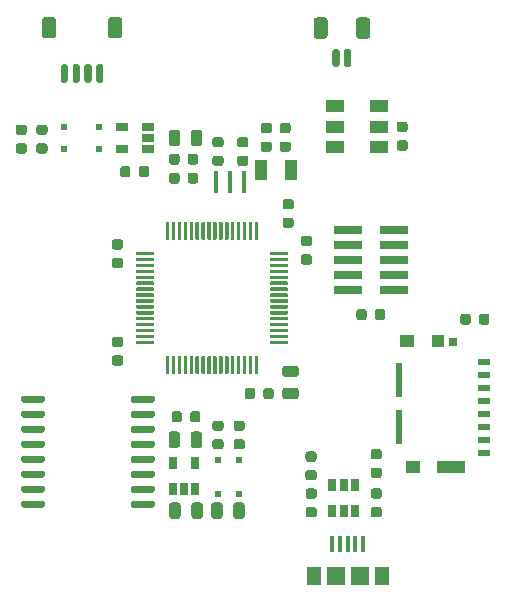
<source format=gtp>
%TF.GenerationSoftware,KiCad,Pcbnew,(5.1.6-0-10_14)*%
%TF.CreationDate,2020-09-29T23:50:48-07:00*%
%TF.ProjectId,BetsyBoardBig,42657473-7942-46f6-9172-644269672e6b,rev?*%
%TF.SameCoordinates,Original*%
%TF.FileFunction,Paste,Top*%
%TF.FilePolarity,Positive*%
%FSLAX46Y46*%
G04 Gerber Fmt 4.6, Leading zero omitted, Abs format (unit mm)*
G04 Created by KiCad (PCBNEW (5.1.6-0-10_14)) date 2020-09-29 23:50:48*
%MOMM*%
%LPD*%
G01*
G04 APERTURE LIST*
%ADD10R,1.200000X1.550000*%
%ADD11R,1.550000X1.500000*%
%ADD12R,1.500000X1.550000*%
%ADD13R,0.400000X1.350000*%
%ADD14R,0.600000X0.550000*%
%ADD15R,0.650000X1.060000*%
%ADD16R,0.550000X2.910000*%
%ADD17R,1.200000X1.050000*%
%ADD18R,1.080000X1.050000*%
%ADD19R,0.780000X0.720000*%
%ADD20R,2.390000X1.050000*%
%ADD21R,1.000000X0.500000*%
%ADD22R,1.060000X0.650000*%
%ADD23R,1.000000X1.800000*%
%ADD24R,0.400000X1.900000*%
%ADD25R,2.400000X0.740000*%
%ADD26R,1.600000X1.000000*%
%ADD27R,0.550000X0.600000*%
G04 APERTURE END LIST*
D10*
%TO.C,J1*%
X134400000Y-98500000D03*
D11*
X132500000Y-98500000D03*
D12*
X130500000Y-98500000D03*
D10*
X128600000Y-98500000D03*
D13*
X132800000Y-95825000D03*
X132150000Y-95825000D03*
X131500000Y-95825000D03*
X130850000Y-95825000D03*
X130200000Y-95825000D03*
%TD*%
%TO.C,C18*%
G36*
G01*
X120756250Y-62250000D02*
X120243750Y-62250000D01*
G75*
G02*
X120025000Y-62031250I0J218750D01*
G01*
X120025000Y-61593750D01*
G75*
G02*
X120243750Y-61375000I218750J0D01*
G01*
X120756250Y-61375000D01*
G75*
G02*
X120975000Y-61593750I0J-218750D01*
G01*
X120975000Y-62031250D01*
G75*
G02*
X120756250Y-62250000I-218750J0D01*
G01*
G37*
G36*
G01*
X120756250Y-63825000D02*
X120243750Y-63825000D01*
G75*
G02*
X120025000Y-63606250I0J218750D01*
G01*
X120025000Y-63168750D01*
G75*
G02*
X120243750Y-62950000I218750J0D01*
G01*
X120756250Y-62950000D01*
G75*
G02*
X120975000Y-63168750I0J-218750D01*
G01*
X120975000Y-63606250D01*
G75*
G02*
X120756250Y-63825000I-218750J0D01*
G01*
G37*
%TD*%
%TO.C,C13*%
G36*
G01*
X122856250Y-62250000D02*
X122343750Y-62250000D01*
G75*
G02*
X122125000Y-62031250I0J218750D01*
G01*
X122125000Y-61593750D01*
G75*
G02*
X122343750Y-61375000I218750J0D01*
G01*
X122856250Y-61375000D01*
G75*
G02*
X123075000Y-61593750I0J-218750D01*
G01*
X123075000Y-62031250D01*
G75*
G02*
X122856250Y-62250000I-218750J0D01*
G01*
G37*
G36*
G01*
X122856250Y-63825000D02*
X122343750Y-63825000D01*
G75*
G02*
X122125000Y-63606250I0J218750D01*
G01*
X122125000Y-63168750D01*
G75*
G02*
X122343750Y-62950000I218750J0D01*
G01*
X122856250Y-62950000D01*
G75*
G02*
X123075000Y-63168750I0J-218750D01*
G01*
X123075000Y-63606250D01*
G75*
G02*
X122856250Y-63825000I-218750J0D01*
G01*
G37*
%TD*%
%TO.C,U4*%
G36*
G01*
X124975000Y-71100000D02*
X126375000Y-71100000D01*
G75*
G02*
X126450000Y-71175000I0J-75000D01*
G01*
X126450000Y-71325000D01*
G75*
G02*
X126375000Y-71400000I-75000J0D01*
G01*
X124975000Y-71400000D01*
G75*
G02*
X124900000Y-71325000I0J75000D01*
G01*
X124900000Y-71175000D01*
G75*
G02*
X124975000Y-71100000I75000J0D01*
G01*
G37*
G36*
G01*
X124975000Y-71600000D02*
X126375000Y-71600000D01*
G75*
G02*
X126450000Y-71675000I0J-75000D01*
G01*
X126450000Y-71825000D01*
G75*
G02*
X126375000Y-71900000I-75000J0D01*
G01*
X124975000Y-71900000D01*
G75*
G02*
X124900000Y-71825000I0J75000D01*
G01*
X124900000Y-71675000D01*
G75*
G02*
X124975000Y-71600000I75000J0D01*
G01*
G37*
G36*
G01*
X124975000Y-72100000D02*
X126375000Y-72100000D01*
G75*
G02*
X126450000Y-72175000I0J-75000D01*
G01*
X126450000Y-72325000D01*
G75*
G02*
X126375000Y-72400000I-75000J0D01*
G01*
X124975000Y-72400000D01*
G75*
G02*
X124900000Y-72325000I0J75000D01*
G01*
X124900000Y-72175000D01*
G75*
G02*
X124975000Y-72100000I75000J0D01*
G01*
G37*
G36*
G01*
X124975000Y-72600000D02*
X126375000Y-72600000D01*
G75*
G02*
X126450000Y-72675000I0J-75000D01*
G01*
X126450000Y-72825000D01*
G75*
G02*
X126375000Y-72900000I-75000J0D01*
G01*
X124975000Y-72900000D01*
G75*
G02*
X124900000Y-72825000I0J75000D01*
G01*
X124900000Y-72675000D01*
G75*
G02*
X124975000Y-72600000I75000J0D01*
G01*
G37*
G36*
G01*
X124975000Y-73100000D02*
X126375000Y-73100000D01*
G75*
G02*
X126450000Y-73175000I0J-75000D01*
G01*
X126450000Y-73325000D01*
G75*
G02*
X126375000Y-73400000I-75000J0D01*
G01*
X124975000Y-73400000D01*
G75*
G02*
X124900000Y-73325000I0J75000D01*
G01*
X124900000Y-73175000D01*
G75*
G02*
X124975000Y-73100000I75000J0D01*
G01*
G37*
G36*
G01*
X124975000Y-73600000D02*
X126375000Y-73600000D01*
G75*
G02*
X126450000Y-73675000I0J-75000D01*
G01*
X126450000Y-73825000D01*
G75*
G02*
X126375000Y-73900000I-75000J0D01*
G01*
X124975000Y-73900000D01*
G75*
G02*
X124900000Y-73825000I0J75000D01*
G01*
X124900000Y-73675000D01*
G75*
G02*
X124975000Y-73600000I75000J0D01*
G01*
G37*
G36*
G01*
X124975000Y-74100000D02*
X126375000Y-74100000D01*
G75*
G02*
X126450000Y-74175000I0J-75000D01*
G01*
X126450000Y-74325000D01*
G75*
G02*
X126375000Y-74400000I-75000J0D01*
G01*
X124975000Y-74400000D01*
G75*
G02*
X124900000Y-74325000I0J75000D01*
G01*
X124900000Y-74175000D01*
G75*
G02*
X124975000Y-74100000I75000J0D01*
G01*
G37*
G36*
G01*
X124975000Y-74600000D02*
X126375000Y-74600000D01*
G75*
G02*
X126450000Y-74675000I0J-75000D01*
G01*
X126450000Y-74825000D01*
G75*
G02*
X126375000Y-74900000I-75000J0D01*
G01*
X124975000Y-74900000D01*
G75*
G02*
X124900000Y-74825000I0J75000D01*
G01*
X124900000Y-74675000D01*
G75*
G02*
X124975000Y-74600000I75000J0D01*
G01*
G37*
G36*
G01*
X124975000Y-75100000D02*
X126375000Y-75100000D01*
G75*
G02*
X126450000Y-75175000I0J-75000D01*
G01*
X126450000Y-75325000D01*
G75*
G02*
X126375000Y-75400000I-75000J0D01*
G01*
X124975000Y-75400000D01*
G75*
G02*
X124900000Y-75325000I0J75000D01*
G01*
X124900000Y-75175000D01*
G75*
G02*
X124975000Y-75100000I75000J0D01*
G01*
G37*
G36*
G01*
X124975000Y-75600000D02*
X126375000Y-75600000D01*
G75*
G02*
X126450000Y-75675000I0J-75000D01*
G01*
X126450000Y-75825000D01*
G75*
G02*
X126375000Y-75900000I-75000J0D01*
G01*
X124975000Y-75900000D01*
G75*
G02*
X124900000Y-75825000I0J75000D01*
G01*
X124900000Y-75675000D01*
G75*
G02*
X124975000Y-75600000I75000J0D01*
G01*
G37*
G36*
G01*
X124975000Y-76100000D02*
X126375000Y-76100000D01*
G75*
G02*
X126450000Y-76175000I0J-75000D01*
G01*
X126450000Y-76325000D01*
G75*
G02*
X126375000Y-76400000I-75000J0D01*
G01*
X124975000Y-76400000D01*
G75*
G02*
X124900000Y-76325000I0J75000D01*
G01*
X124900000Y-76175000D01*
G75*
G02*
X124975000Y-76100000I75000J0D01*
G01*
G37*
G36*
G01*
X124975000Y-76600000D02*
X126375000Y-76600000D01*
G75*
G02*
X126450000Y-76675000I0J-75000D01*
G01*
X126450000Y-76825000D01*
G75*
G02*
X126375000Y-76900000I-75000J0D01*
G01*
X124975000Y-76900000D01*
G75*
G02*
X124900000Y-76825000I0J75000D01*
G01*
X124900000Y-76675000D01*
G75*
G02*
X124975000Y-76600000I75000J0D01*
G01*
G37*
G36*
G01*
X124975000Y-77100000D02*
X126375000Y-77100000D01*
G75*
G02*
X126450000Y-77175000I0J-75000D01*
G01*
X126450000Y-77325000D01*
G75*
G02*
X126375000Y-77400000I-75000J0D01*
G01*
X124975000Y-77400000D01*
G75*
G02*
X124900000Y-77325000I0J75000D01*
G01*
X124900000Y-77175000D01*
G75*
G02*
X124975000Y-77100000I75000J0D01*
G01*
G37*
G36*
G01*
X124975000Y-77600000D02*
X126375000Y-77600000D01*
G75*
G02*
X126450000Y-77675000I0J-75000D01*
G01*
X126450000Y-77825000D01*
G75*
G02*
X126375000Y-77900000I-75000J0D01*
G01*
X124975000Y-77900000D01*
G75*
G02*
X124900000Y-77825000I0J75000D01*
G01*
X124900000Y-77675000D01*
G75*
G02*
X124975000Y-77600000I75000J0D01*
G01*
G37*
G36*
G01*
X124975000Y-78100000D02*
X126375000Y-78100000D01*
G75*
G02*
X126450000Y-78175000I0J-75000D01*
G01*
X126450000Y-78325000D01*
G75*
G02*
X126375000Y-78400000I-75000J0D01*
G01*
X124975000Y-78400000D01*
G75*
G02*
X124900000Y-78325000I0J75000D01*
G01*
X124900000Y-78175000D01*
G75*
G02*
X124975000Y-78100000I75000J0D01*
G01*
G37*
G36*
G01*
X124975000Y-78600000D02*
X126375000Y-78600000D01*
G75*
G02*
X126450000Y-78675000I0J-75000D01*
G01*
X126450000Y-78825000D01*
G75*
G02*
X126375000Y-78900000I-75000J0D01*
G01*
X124975000Y-78900000D01*
G75*
G02*
X124900000Y-78825000I0J75000D01*
G01*
X124900000Y-78675000D01*
G75*
G02*
X124975000Y-78600000I75000J0D01*
G01*
G37*
G36*
G01*
X123675000Y-79900000D02*
X123825000Y-79900000D01*
G75*
G02*
X123900000Y-79975000I0J-75000D01*
G01*
X123900000Y-81375000D01*
G75*
G02*
X123825000Y-81450000I-75000J0D01*
G01*
X123675000Y-81450000D01*
G75*
G02*
X123600000Y-81375000I0J75000D01*
G01*
X123600000Y-79975000D01*
G75*
G02*
X123675000Y-79900000I75000J0D01*
G01*
G37*
G36*
G01*
X123175000Y-79900000D02*
X123325000Y-79900000D01*
G75*
G02*
X123400000Y-79975000I0J-75000D01*
G01*
X123400000Y-81375000D01*
G75*
G02*
X123325000Y-81450000I-75000J0D01*
G01*
X123175000Y-81450000D01*
G75*
G02*
X123100000Y-81375000I0J75000D01*
G01*
X123100000Y-79975000D01*
G75*
G02*
X123175000Y-79900000I75000J0D01*
G01*
G37*
G36*
G01*
X122675000Y-79900000D02*
X122825000Y-79900000D01*
G75*
G02*
X122900000Y-79975000I0J-75000D01*
G01*
X122900000Y-81375000D01*
G75*
G02*
X122825000Y-81450000I-75000J0D01*
G01*
X122675000Y-81450000D01*
G75*
G02*
X122600000Y-81375000I0J75000D01*
G01*
X122600000Y-79975000D01*
G75*
G02*
X122675000Y-79900000I75000J0D01*
G01*
G37*
G36*
G01*
X122175000Y-79900000D02*
X122325000Y-79900000D01*
G75*
G02*
X122400000Y-79975000I0J-75000D01*
G01*
X122400000Y-81375000D01*
G75*
G02*
X122325000Y-81450000I-75000J0D01*
G01*
X122175000Y-81450000D01*
G75*
G02*
X122100000Y-81375000I0J75000D01*
G01*
X122100000Y-79975000D01*
G75*
G02*
X122175000Y-79900000I75000J0D01*
G01*
G37*
G36*
G01*
X121675000Y-79900000D02*
X121825000Y-79900000D01*
G75*
G02*
X121900000Y-79975000I0J-75000D01*
G01*
X121900000Y-81375000D01*
G75*
G02*
X121825000Y-81450000I-75000J0D01*
G01*
X121675000Y-81450000D01*
G75*
G02*
X121600000Y-81375000I0J75000D01*
G01*
X121600000Y-79975000D01*
G75*
G02*
X121675000Y-79900000I75000J0D01*
G01*
G37*
G36*
G01*
X121175000Y-79900000D02*
X121325000Y-79900000D01*
G75*
G02*
X121400000Y-79975000I0J-75000D01*
G01*
X121400000Y-81375000D01*
G75*
G02*
X121325000Y-81450000I-75000J0D01*
G01*
X121175000Y-81450000D01*
G75*
G02*
X121100000Y-81375000I0J75000D01*
G01*
X121100000Y-79975000D01*
G75*
G02*
X121175000Y-79900000I75000J0D01*
G01*
G37*
G36*
G01*
X120675000Y-79900000D02*
X120825000Y-79900000D01*
G75*
G02*
X120900000Y-79975000I0J-75000D01*
G01*
X120900000Y-81375000D01*
G75*
G02*
X120825000Y-81450000I-75000J0D01*
G01*
X120675000Y-81450000D01*
G75*
G02*
X120600000Y-81375000I0J75000D01*
G01*
X120600000Y-79975000D01*
G75*
G02*
X120675000Y-79900000I75000J0D01*
G01*
G37*
G36*
G01*
X120175000Y-79900000D02*
X120325000Y-79900000D01*
G75*
G02*
X120400000Y-79975000I0J-75000D01*
G01*
X120400000Y-81375000D01*
G75*
G02*
X120325000Y-81450000I-75000J0D01*
G01*
X120175000Y-81450000D01*
G75*
G02*
X120100000Y-81375000I0J75000D01*
G01*
X120100000Y-79975000D01*
G75*
G02*
X120175000Y-79900000I75000J0D01*
G01*
G37*
G36*
G01*
X119675000Y-79900000D02*
X119825000Y-79900000D01*
G75*
G02*
X119900000Y-79975000I0J-75000D01*
G01*
X119900000Y-81375000D01*
G75*
G02*
X119825000Y-81450000I-75000J0D01*
G01*
X119675000Y-81450000D01*
G75*
G02*
X119600000Y-81375000I0J75000D01*
G01*
X119600000Y-79975000D01*
G75*
G02*
X119675000Y-79900000I75000J0D01*
G01*
G37*
G36*
G01*
X119175000Y-79900000D02*
X119325000Y-79900000D01*
G75*
G02*
X119400000Y-79975000I0J-75000D01*
G01*
X119400000Y-81375000D01*
G75*
G02*
X119325000Y-81450000I-75000J0D01*
G01*
X119175000Y-81450000D01*
G75*
G02*
X119100000Y-81375000I0J75000D01*
G01*
X119100000Y-79975000D01*
G75*
G02*
X119175000Y-79900000I75000J0D01*
G01*
G37*
G36*
G01*
X118675000Y-79900000D02*
X118825000Y-79900000D01*
G75*
G02*
X118900000Y-79975000I0J-75000D01*
G01*
X118900000Y-81375000D01*
G75*
G02*
X118825000Y-81450000I-75000J0D01*
G01*
X118675000Y-81450000D01*
G75*
G02*
X118600000Y-81375000I0J75000D01*
G01*
X118600000Y-79975000D01*
G75*
G02*
X118675000Y-79900000I75000J0D01*
G01*
G37*
G36*
G01*
X118175000Y-79900000D02*
X118325000Y-79900000D01*
G75*
G02*
X118400000Y-79975000I0J-75000D01*
G01*
X118400000Y-81375000D01*
G75*
G02*
X118325000Y-81450000I-75000J0D01*
G01*
X118175000Y-81450000D01*
G75*
G02*
X118100000Y-81375000I0J75000D01*
G01*
X118100000Y-79975000D01*
G75*
G02*
X118175000Y-79900000I75000J0D01*
G01*
G37*
G36*
G01*
X117675000Y-79900000D02*
X117825000Y-79900000D01*
G75*
G02*
X117900000Y-79975000I0J-75000D01*
G01*
X117900000Y-81375000D01*
G75*
G02*
X117825000Y-81450000I-75000J0D01*
G01*
X117675000Y-81450000D01*
G75*
G02*
X117600000Y-81375000I0J75000D01*
G01*
X117600000Y-79975000D01*
G75*
G02*
X117675000Y-79900000I75000J0D01*
G01*
G37*
G36*
G01*
X117175000Y-79900000D02*
X117325000Y-79900000D01*
G75*
G02*
X117400000Y-79975000I0J-75000D01*
G01*
X117400000Y-81375000D01*
G75*
G02*
X117325000Y-81450000I-75000J0D01*
G01*
X117175000Y-81450000D01*
G75*
G02*
X117100000Y-81375000I0J75000D01*
G01*
X117100000Y-79975000D01*
G75*
G02*
X117175000Y-79900000I75000J0D01*
G01*
G37*
G36*
G01*
X116675000Y-79900000D02*
X116825000Y-79900000D01*
G75*
G02*
X116900000Y-79975000I0J-75000D01*
G01*
X116900000Y-81375000D01*
G75*
G02*
X116825000Y-81450000I-75000J0D01*
G01*
X116675000Y-81450000D01*
G75*
G02*
X116600000Y-81375000I0J75000D01*
G01*
X116600000Y-79975000D01*
G75*
G02*
X116675000Y-79900000I75000J0D01*
G01*
G37*
G36*
G01*
X116175000Y-79900000D02*
X116325000Y-79900000D01*
G75*
G02*
X116400000Y-79975000I0J-75000D01*
G01*
X116400000Y-81375000D01*
G75*
G02*
X116325000Y-81450000I-75000J0D01*
G01*
X116175000Y-81450000D01*
G75*
G02*
X116100000Y-81375000I0J75000D01*
G01*
X116100000Y-79975000D01*
G75*
G02*
X116175000Y-79900000I75000J0D01*
G01*
G37*
G36*
G01*
X113625000Y-78600000D02*
X115025000Y-78600000D01*
G75*
G02*
X115100000Y-78675000I0J-75000D01*
G01*
X115100000Y-78825000D01*
G75*
G02*
X115025000Y-78900000I-75000J0D01*
G01*
X113625000Y-78900000D01*
G75*
G02*
X113550000Y-78825000I0J75000D01*
G01*
X113550000Y-78675000D01*
G75*
G02*
X113625000Y-78600000I75000J0D01*
G01*
G37*
G36*
G01*
X113625000Y-78100000D02*
X115025000Y-78100000D01*
G75*
G02*
X115100000Y-78175000I0J-75000D01*
G01*
X115100000Y-78325000D01*
G75*
G02*
X115025000Y-78400000I-75000J0D01*
G01*
X113625000Y-78400000D01*
G75*
G02*
X113550000Y-78325000I0J75000D01*
G01*
X113550000Y-78175000D01*
G75*
G02*
X113625000Y-78100000I75000J0D01*
G01*
G37*
G36*
G01*
X113625000Y-77600000D02*
X115025000Y-77600000D01*
G75*
G02*
X115100000Y-77675000I0J-75000D01*
G01*
X115100000Y-77825000D01*
G75*
G02*
X115025000Y-77900000I-75000J0D01*
G01*
X113625000Y-77900000D01*
G75*
G02*
X113550000Y-77825000I0J75000D01*
G01*
X113550000Y-77675000D01*
G75*
G02*
X113625000Y-77600000I75000J0D01*
G01*
G37*
G36*
G01*
X113625000Y-77100000D02*
X115025000Y-77100000D01*
G75*
G02*
X115100000Y-77175000I0J-75000D01*
G01*
X115100000Y-77325000D01*
G75*
G02*
X115025000Y-77400000I-75000J0D01*
G01*
X113625000Y-77400000D01*
G75*
G02*
X113550000Y-77325000I0J75000D01*
G01*
X113550000Y-77175000D01*
G75*
G02*
X113625000Y-77100000I75000J0D01*
G01*
G37*
G36*
G01*
X113625000Y-76600000D02*
X115025000Y-76600000D01*
G75*
G02*
X115100000Y-76675000I0J-75000D01*
G01*
X115100000Y-76825000D01*
G75*
G02*
X115025000Y-76900000I-75000J0D01*
G01*
X113625000Y-76900000D01*
G75*
G02*
X113550000Y-76825000I0J75000D01*
G01*
X113550000Y-76675000D01*
G75*
G02*
X113625000Y-76600000I75000J0D01*
G01*
G37*
G36*
G01*
X113625000Y-76100000D02*
X115025000Y-76100000D01*
G75*
G02*
X115100000Y-76175000I0J-75000D01*
G01*
X115100000Y-76325000D01*
G75*
G02*
X115025000Y-76400000I-75000J0D01*
G01*
X113625000Y-76400000D01*
G75*
G02*
X113550000Y-76325000I0J75000D01*
G01*
X113550000Y-76175000D01*
G75*
G02*
X113625000Y-76100000I75000J0D01*
G01*
G37*
G36*
G01*
X113625000Y-75600000D02*
X115025000Y-75600000D01*
G75*
G02*
X115100000Y-75675000I0J-75000D01*
G01*
X115100000Y-75825000D01*
G75*
G02*
X115025000Y-75900000I-75000J0D01*
G01*
X113625000Y-75900000D01*
G75*
G02*
X113550000Y-75825000I0J75000D01*
G01*
X113550000Y-75675000D01*
G75*
G02*
X113625000Y-75600000I75000J0D01*
G01*
G37*
G36*
G01*
X113625000Y-75100000D02*
X115025000Y-75100000D01*
G75*
G02*
X115100000Y-75175000I0J-75000D01*
G01*
X115100000Y-75325000D01*
G75*
G02*
X115025000Y-75400000I-75000J0D01*
G01*
X113625000Y-75400000D01*
G75*
G02*
X113550000Y-75325000I0J75000D01*
G01*
X113550000Y-75175000D01*
G75*
G02*
X113625000Y-75100000I75000J0D01*
G01*
G37*
G36*
G01*
X113625000Y-74600000D02*
X115025000Y-74600000D01*
G75*
G02*
X115100000Y-74675000I0J-75000D01*
G01*
X115100000Y-74825000D01*
G75*
G02*
X115025000Y-74900000I-75000J0D01*
G01*
X113625000Y-74900000D01*
G75*
G02*
X113550000Y-74825000I0J75000D01*
G01*
X113550000Y-74675000D01*
G75*
G02*
X113625000Y-74600000I75000J0D01*
G01*
G37*
G36*
G01*
X113625000Y-74100000D02*
X115025000Y-74100000D01*
G75*
G02*
X115100000Y-74175000I0J-75000D01*
G01*
X115100000Y-74325000D01*
G75*
G02*
X115025000Y-74400000I-75000J0D01*
G01*
X113625000Y-74400000D01*
G75*
G02*
X113550000Y-74325000I0J75000D01*
G01*
X113550000Y-74175000D01*
G75*
G02*
X113625000Y-74100000I75000J0D01*
G01*
G37*
G36*
G01*
X113625000Y-73600000D02*
X115025000Y-73600000D01*
G75*
G02*
X115100000Y-73675000I0J-75000D01*
G01*
X115100000Y-73825000D01*
G75*
G02*
X115025000Y-73900000I-75000J0D01*
G01*
X113625000Y-73900000D01*
G75*
G02*
X113550000Y-73825000I0J75000D01*
G01*
X113550000Y-73675000D01*
G75*
G02*
X113625000Y-73600000I75000J0D01*
G01*
G37*
G36*
G01*
X113625000Y-73100000D02*
X115025000Y-73100000D01*
G75*
G02*
X115100000Y-73175000I0J-75000D01*
G01*
X115100000Y-73325000D01*
G75*
G02*
X115025000Y-73400000I-75000J0D01*
G01*
X113625000Y-73400000D01*
G75*
G02*
X113550000Y-73325000I0J75000D01*
G01*
X113550000Y-73175000D01*
G75*
G02*
X113625000Y-73100000I75000J0D01*
G01*
G37*
G36*
G01*
X113625000Y-72600000D02*
X115025000Y-72600000D01*
G75*
G02*
X115100000Y-72675000I0J-75000D01*
G01*
X115100000Y-72825000D01*
G75*
G02*
X115025000Y-72900000I-75000J0D01*
G01*
X113625000Y-72900000D01*
G75*
G02*
X113550000Y-72825000I0J75000D01*
G01*
X113550000Y-72675000D01*
G75*
G02*
X113625000Y-72600000I75000J0D01*
G01*
G37*
G36*
G01*
X113625000Y-72100000D02*
X115025000Y-72100000D01*
G75*
G02*
X115100000Y-72175000I0J-75000D01*
G01*
X115100000Y-72325000D01*
G75*
G02*
X115025000Y-72400000I-75000J0D01*
G01*
X113625000Y-72400000D01*
G75*
G02*
X113550000Y-72325000I0J75000D01*
G01*
X113550000Y-72175000D01*
G75*
G02*
X113625000Y-72100000I75000J0D01*
G01*
G37*
G36*
G01*
X113625000Y-71600000D02*
X115025000Y-71600000D01*
G75*
G02*
X115100000Y-71675000I0J-75000D01*
G01*
X115100000Y-71825000D01*
G75*
G02*
X115025000Y-71900000I-75000J0D01*
G01*
X113625000Y-71900000D01*
G75*
G02*
X113550000Y-71825000I0J75000D01*
G01*
X113550000Y-71675000D01*
G75*
G02*
X113625000Y-71600000I75000J0D01*
G01*
G37*
G36*
G01*
X113625000Y-71100000D02*
X115025000Y-71100000D01*
G75*
G02*
X115100000Y-71175000I0J-75000D01*
G01*
X115100000Y-71325000D01*
G75*
G02*
X115025000Y-71400000I-75000J0D01*
G01*
X113625000Y-71400000D01*
G75*
G02*
X113550000Y-71325000I0J75000D01*
G01*
X113550000Y-71175000D01*
G75*
G02*
X113625000Y-71100000I75000J0D01*
G01*
G37*
G36*
G01*
X116175000Y-68550000D02*
X116325000Y-68550000D01*
G75*
G02*
X116400000Y-68625000I0J-75000D01*
G01*
X116400000Y-70025000D01*
G75*
G02*
X116325000Y-70100000I-75000J0D01*
G01*
X116175000Y-70100000D01*
G75*
G02*
X116100000Y-70025000I0J75000D01*
G01*
X116100000Y-68625000D01*
G75*
G02*
X116175000Y-68550000I75000J0D01*
G01*
G37*
G36*
G01*
X116675000Y-68550000D02*
X116825000Y-68550000D01*
G75*
G02*
X116900000Y-68625000I0J-75000D01*
G01*
X116900000Y-70025000D01*
G75*
G02*
X116825000Y-70100000I-75000J0D01*
G01*
X116675000Y-70100000D01*
G75*
G02*
X116600000Y-70025000I0J75000D01*
G01*
X116600000Y-68625000D01*
G75*
G02*
X116675000Y-68550000I75000J0D01*
G01*
G37*
G36*
G01*
X117175000Y-68550000D02*
X117325000Y-68550000D01*
G75*
G02*
X117400000Y-68625000I0J-75000D01*
G01*
X117400000Y-70025000D01*
G75*
G02*
X117325000Y-70100000I-75000J0D01*
G01*
X117175000Y-70100000D01*
G75*
G02*
X117100000Y-70025000I0J75000D01*
G01*
X117100000Y-68625000D01*
G75*
G02*
X117175000Y-68550000I75000J0D01*
G01*
G37*
G36*
G01*
X117675000Y-68550000D02*
X117825000Y-68550000D01*
G75*
G02*
X117900000Y-68625000I0J-75000D01*
G01*
X117900000Y-70025000D01*
G75*
G02*
X117825000Y-70100000I-75000J0D01*
G01*
X117675000Y-70100000D01*
G75*
G02*
X117600000Y-70025000I0J75000D01*
G01*
X117600000Y-68625000D01*
G75*
G02*
X117675000Y-68550000I75000J0D01*
G01*
G37*
G36*
G01*
X118175000Y-68550000D02*
X118325000Y-68550000D01*
G75*
G02*
X118400000Y-68625000I0J-75000D01*
G01*
X118400000Y-70025000D01*
G75*
G02*
X118325000Y-70100000I-75000J0D01*
G01*
X118175000Y-70100000D01*
G75*
G02*
X118100000Y-70025000I0J75000D01*
G01*
X118100000Y-68625000D01*
G75*
G02*
X118175000Y-68550000I75000J0D01*
G01*
G37*
G36*
G01*
X118675000Y-68550000D02*
X118825000Y-68550000D01*
G75*
G02*
X118900000Y-68625000I0J-75000D01*
G01*
X118900000Y-70025000D01*
G75*
G02*
X118825000Y-70100000I-75000J0D01*
G01*
X118675000Y-70100000D01*
G75*
G02*
X118600000Y-70025000I0J75000D01*
G01*
X118600000Y-68625000D01*
G75*
G02*
X118675000Y-68550000I75000J0D01*
G01*
G37*
G36*
G01*
X119175000Y-68550000D02*
X119325000Y-68550000D01*
G75*
G02*
X119400000Y-68625000I0J-75000D01*
G01*
X119400000Y-70025000D01*
G75*
G02*
X119325000Y-70100000I-75000J0D01*
G01*
X119175000Y-70100000D01*
G75*
G02*
X119100000Y-70025000I0J75000D01*
G01*
X119100000Y-68625000D01*
G75*
G02*
X119175000Y-68550000I75000J0D01*
G01*
G37*
G36*
G01*
X119675000Y-68550000D02*
X119825000Y-68550000D01*
G75*
G02*
X119900000Y-68625000I0J-75000D01*
G01*
X119900000Y-70025000D01*
G75*
G02*
X119825000Y-70100000I-75000J0D01*
G01*
X119675000Y-70100000D01*
G75*
G02*
X119600000Y-70025000I0J75000D01*
G01*
X119600000Y-68625000D01*
G75*
G02*
X119675000Y-68550000I75000J0D01*
G01*
G37*
G36*
G01*
X120175000Y-68550000D02*
X120325000Y-68550000D01*
G75*
G02*
X120400000Y-68625000I0J-75000D01*
G01*
X120400000Y-70025000D01*
G75*
G02*
X120325000Y-70100000I-75000J0D01*
G01*
X120175000Y-70100000D01*
G75*
G02*
X120100000Y-70025000I0J75000D01*
G01*
X120100000Y-68625000D01*
G75*
G02*
X120175000Y-68550000I75000J0D01*
G01*
G37*
G36*
G01*
X120675000Y-68550000D02*
X120825000Y-68550000D01*
G75*
G02*
X120900000Y-68625000I0J-75000D01*
G01*
X120900000Y-70025000D01*
G75*
G02*
X120825000Y-70100000I-75000J0D01*
G01*
X120675000Y-70100000D01*
G75*
G02*
X120600000Y-70025000I0J75000D01*
G01*
X120600000Y-68625000D01*
G75*
G02*
X120675000Y-68550000I75000J0D01*
G01*
G37*
G36*
G01*
X121175000Y-68550000D02*
X121325000Y-68550000D01*
G75*
G02*
X121400000Y-68625000I0J-75000D01*
G01*
X121400000Y-70025000D01*
G75*
G02*
X121325000Y-70100000I-75000J0D01*
G01*
X121175000Y-70100000D01*
G75*
G02*
X121100000Y-70025000I0J75000D01*
G01*
X121100000Y-68625000D01*
G75*
G02*
X121175000Y-68550000I75000J0D01*
G01*
G37*
G36*
G01*
X121675000Y-68550000D02*
X121825000Y-68550000D01*
G75*
G02*
X121900000Y-68625000I0J-75000D01*
G01*
X121900000Y-70025000D01*
G75*
G02*
X121825000Y-70100000I-75000J0D01*
G01*
X121675000Y-70100000D01*
G75*
G02*
X121600000Y-70025000I0J75000D01*
G01*
X121600000Y-68625000D01*
G75*
G02*
X121675000Y-68550000I75000J0D01*
G01*
G37*
G36*
G01*
X122175000Y-68550000D02*
X122325000Y-68550000D01*
G75*
G02*
X122400000Y-68625000I0J-75000D01*
G01*
X122400000Y-70025000D01*
G75*
G02*
X122325000Y-70100000I-75000J0D01*
G01*
X122175000Y-70100000D01*
G75*
G02*
X122100000Y-70025000I0J75000D01*
G01*
X122100000Y-68625000D01*
G75*
G02*
X122175000Y-68550000I75000J0D01*
G01*
G37*
G36*
G01*
X122675000Y-68550000D02*
X122825000Y-68550000D01*
G75*
G02*
X122900000Y-68625000I0J-75000D01*
G01*
X122900000Y-70025000D01*
G75*
G02*
X122825000Y-70100000I-75000J0D01*
G01*
X122675000Y-70100000D01*
G75*
G02*
X122600000Y-70025000I0J75000D01*
G01*
X122600000Y-68625000D01*
G75*
G02*
X122675000Y-68550000I75000J0D01*
G01*
G37*
G36*
G01*
X123175000Y-68550000D02*
X123325000Y-68550000D01*
G75*
G02*
X123400000Y-68625000I0J-75000D01*
G01*
X123400000Y-70025000D01*
G75*
G02*
X123325000Y-70100000I-75000J0D01*
G01*
X123175000Y-70100000D01*
G75*
G02*
X123100000Y-70025000I0J75000D01*
G01*
X123100000Y-68625000D01*
G75*
G02*
X123175000Y-68550000I75000J0D01*
G01*
G37*
G36*
G01*
X123675000Y-68550000D02*
X123825000Y-68550000D01*
G75*
G02*
X123900000Y-68625000I0J-75000D01*
G01*
X123900000Y-70025000D01*
G75*
G02*
X123825000Y-70100000I-75000J0D01*
G01*
X123675000Y-70100000D01*
G75*
G02*
X123600000Y-70025000I0J75000D01*
G01*
X123600000Y-68625000D01*
G75*
G02*
X123675000Y-68550000I75000J0D01*
G01*
G37*
%TD*%
D14*
%TO.C,SW3*%
X122300000Y-91625000D03*
X122300000Y-88675000D03*
X120500000Y-91625000D03*
X120500000Y-88675000D03*
%TD*%
%TO.C,R7*%
G36*
G01*
X104106250Y-61200000D02*
X103593750Y-61200000D01*
G75*
G02*
X103375000Y-60981250I0J218750D01*
G01*
X103375000Y-60543750D01*
G75*
G02*
X103593750Y-60325000I218750J0D01*
G01*
X104106250Y-60325000D01*
G75*
G02*
X104325000Y-60543750I0J-218750D01*
G01*
X104325000Y-60981250D01*
G75*
G02*
X104106250Y-61200000I-218750J0D01*
G01*
G37*
G36*
G01*
X104106250Y-62775000D02*
X103593750Y-62775000D01*
G75*
G02*
X103375000Y-62556250I0J218750D01*
G01*
X103375000Y-62118750D01*
G75*
G02*
X103593750Y-61900000I218750J0D01*
G01*
X104106250Y-61900000D01*
G75*
G02*
X104325000Y-62118750I0J-218750D01*
G01*
X104325000Y-62556250D01*
G75*
G02*
X104106250Y-62775000I-218750J0D01*
G01*
G37*
%TD*%
%TO.C,R6*%
G36*
G01*
X105856250Y-61200000D02*
X105343750Y-61200000D01*
G75*
G02*
X105125000Y-60981250I0J218750D01*
G01*
X105125000Y-60543750D01*
G75*
G02*
X105343750Y-60325000I218750J0D01*
G01*
X105856250Y-60325000D01*
G75*
G02*
X106075000Y-60543750I0J-218750D01*
G01*
X106075000Y-60981250D01*
G75*
G02*
X105856250Y-61200000I-218750J0D01*
G01*
G37*
G36*
G01*
X105856250Y-62775000D02*
X105343750Y-62775000D01*
G75*
G02*
X105125000Y-62556250I0J218750D01*
G01*
X105125000Y-62118750D01*
G75*
G02*
X105343750Y-61900000I218750J0D01*
G01*
X105856250Y-61900000D01*
G75*
G02*
X106075000Y-62118750I0J-218750D01*
G01*
X106075000Y-62556250D01*
G75*
G02*
X105856250Y-62775000I-218750J0D01*
G01*
G37*
%TD*%
%TO.C,R5*%
G36*
G01*
X118150000Y-85306250D02*
X118150000Y-84793750D01*
G75*
G02*
X118368750Y-84575000I218750J0D01*
G01*
X118806250Y-84575000D01*
G75*
G02*
X119025000Y-84793750I0J-218750D01*
G01*
X119025000Y-85306250D01*
G75*
G02*
X118806250Y-85525000I-218750J0D01*
G01*
X118368750Y-85525000D01*
G75*
G02*
X118150000Y-85306250I0J218750D01*
G01*
G37*
G36*
G01*
X116575000Y-85306250D02*
X116575000Y-84793750D01*
G75*
G02*
X116793750Y-84575000I218750J0D01*
G01*
X117231250Y-84575000D01*
G75*
G02*
X117450000Y-84793750I0J-218750D01*
G01*
X117450000Y-85306250D01*
G75*
G02*
X117231250Y-85525000I-218750J0D01*
G01*
X116793750Y-85525000D01*
G75*
G02*
X116575000Y-85306250I0J218750D01*
G01*
G37*
%TD*%
%TO.C,R1*%
G36*
G01*
X122043750Y-86950000D02*
X122556250Y-86950000D01*
G75*
G02*
X122775000Y-87168750I0J-218750D01*
G01*
X122775000Y-87606250D01*
G75*
G02*
X122556250Y-87825000I-218750J0D01*
G01*
X122043750Y-87825000D01*
G75*
G02*
X121825000Y-87606250I0J218750D01*
G01*
X121825000Y-87168750D01*
G75*
G02*
X122043750Y-86950000I218750J0D01*
G01*
G37*
G36*
G01*
X122043750Y-85375000D02*
X122556250Y-85375000D01*
G75*
G02*
X122775000Y-85593750I0J-218750D01*
G01*
X122775000Y-86031250D01*
G75*
G02*
X122556250Y-86250000I-218750J0D01*
G01*
X122043750Y-86250000D01*
G75*
G02*
X121825000Y-86031250I0J218750D01*
G01*
X121825000Y-85593750D01*
G75*
G02*
X122043750Y-85375000I218750J0D01*
G01*
G37*
%TD*%
%TO.C,J6*%
G36*
G01*
X106800000Y-51474999D02*
X106800000Y-52775001D01*
G75*
G02*
X106550001Y-53025000I-249999J0D01*
G01*
X105849999Y-53025000D01*
G75*
G02*
X105600000Y-52775001I0J249999D01*
G01*
X105600000Y-51474999D01*
G75*
G02*
X105849999Y-51225000I249999J0D01*
G01*
X106550001Y-51225000D01*
G75*
G02*
X106800000Y-51474999I0J-249999D01*
G01*
G37*
G36*
G01*
X112400000Y-51474999D02*
X112400000Y-52775001D01*
G75*
G02*
X112150001Y-53025000I-249999J0D01*
G01*
X111449999Y-53025000D01*
G75*
G02*
X111200000Y-52775001I0J249999D01*
G01*
X111200000Y-51474999D01*
G75*
G02*
X111449999Y-51225000I249999J0D01*
G01*
X112150001Y-51225000D01*
G75*
G02*
X112400000Y-51474999I0J-249999D01*
G01*
G37*
G36*
G01*
X107800000Y-55375000D02*
X107800000Y-56625000D01*
G75*
G02*
X107650000Y-56775000I-150000J0D01*
G01*
X107350000Y-56775000D01*
G75*
G02*
X107200000Y-56625000I0J150000D01*
G01*
X107200000Y-55375000D01*
G75*
G02*
X107350000Y-55225000I150000J0D01*
G01*
X107650000Y-55225000D01*
G75*
G02*
X107800000Y-55375000I0J-150000D01*
G01*
G37*
G36*
G01*
X108800000Y-55375000D02*
X108800000Y-56625000D01*
G75*
G02*
X108650000Y-56775000I-150000J0D01*
G01*
X108350000Y-56775000D01*
G75*
G02*
X108200000Y-56625000I0J150000D01*
G01*
X108200000Y-55375000D01*
G75*
G02*
X108350000Y-55225000I150000J0D01*
G01*
X108650000Y-55225000D01*
G75*
G02*
X108800000Y-55375000I0J-150000D01*
G01*
G37*
G36*
G01*
X109800000Y-55375000D02*
X109800000Y-56625000D01*
G75*
G02*
X109650000Y-56775000I-150000J0D01*
G01*
X109350000Y-56775000D01*
G75*
G02*
X109200000Y-56625000I0J150000D01*
G01*
X109200000Y-55375000D01*
G75*
G02*
X109350000Y-55225000I150000J0D01*
G01*
X109650000Y-55225000D01*
G75*
G02*
X109800000Y-55375000I0J-150000D01*
G01*
G37*
G36*
G01*
X110800000Y-55375000D02*
X110800000Y-56625000D01*
G75*
G02*
X110650000Y-56775000I-150000J0D01*
G01*
X110350000Y-56775000D01*
G75*
G02*
X110200000Y-56625000I0J150000D01*
G01*
X110200000Y-55375000D01*
G75*
G02*
X110350000Y-55225000I150000J0D01*
G01*
X110650000Y-55225000D01*
G75*
G02*
X110800000Y-55375000I0J-150000D01*
G01*
G37*
%TD*%
%TO.C,C4*%
G36*
G01*
X120243750Y-86950000D02*
X120756250Y-86950000D01*
G75*
G02*
X120975000Y-87168750I0J-218750D01*
G01*
X120975000Y-87606250D01*
G75*
G02*
X120756250Y-87825000I-218750J0D01*
G01*
X120243750Y-87825000D01*
G75*
G02*
X120025000Y-87606250I0J218750D01*
G01*
X120025000Y-87168750D01*
G75*
G02*
X120243750Y-86950000I218750J0D01*
G01*
G37*
G36*
G01*
X120243750Y-85375000D02*
X120756250Y-85375000D01*
G75*
G02*
X120975000Y-85593750I0J-218750D01*
G01*
X120975000Y-86031250D01*
G75*
G02*
X120756250Y-86250000I-218750J0D01*
G01*
X120243750Y-86250000D01*
G75*
G02*
X120025000Y-86031250I0J218750D01*
G01*
X120025000Y-85593750D01*
G75*
G02*
X120243750Y-85375000I218750J0D01*
G01*
G37*
%TD*%
%TO.C,P6*%
G36*
G01*
X132200000Y-52800001D02*
X132200000Y-51499999D01*
G75*
G02*
X132449999Y-51250000I249999J0D01*
G01*
X133150001Y-51250000D01*
G75*
G02*
X133400000Y-51499999I0J-249999D01*
G01*
X133400000Y-52800001D01*
G75*
G02*
X133150001Y-53050000I-249999J0D01*
G01*
X132449999Y-53050000D01*
G75*
G02*
X132200000Y-52800001I0J249999D01*
G01*
G37*
G36*
G01*
X128600000Y-52800001D02*
X128600000Y-51499999D01*
G75*
G02*
X128849999Y-51250000I249999J0D01*
G01*
X129550001Y-51250000D01*
G75*
G02*
X129800000Y-51499999I0J-249999D01*
G01*
X129800000Y-52800001D01*
G75*
G02*
X129550001Y-53050000I-249999J0D01*
G01*
X128849999Y-53050000D01*
G75*
G02*
X128600000Y-52800001I0J249999D01*
G01*
G37*
G36*
G01*
X131200000Y-55300000D02*
X131200000Y-54050000D01*
G75*
G02*
X131350000Y-53900000I150000J0D01*
G01*
X131650000Y-53900000D01*
G75*
G02*
X131800000Y-54050000I0J-150000D01*
G01*
X131800000Y-55300000D01*
G75*
G02*
X131650000Y-55450000I-150000J0D01*
G01*
X131350000Y-55450000D01*
G75*
G02*
X131200000Y-55300000I0J150000D01*
G01*
G37*
G36*
G01*
X130200000Y-55300000D02*
X130200000Y-54050000D01*
G75*
G02*
X130350000Y-53900000I150000J0D01*
G01*
X130650000Y-53900000D01*
G75*
G02*
X130800000Y-54050000I0J-150000D01*
G01*
X130800000Y-55300000D01*
G75*
G02*
X130650000Y-55450000I-150000J0D01*
G01*
X130350000Y-55450000D01*
G75*
G02*
X130200000Y-55300000I0J150000D01*
G01*
G37*
%TD*%
%TO.C,U5*%
G36*
G01*
X113125000Y-83705000D02*
X113125000Y-83405000D01*
G75*
G02*
X113275000Y-83255000I150000J0D01*
G01*
X115025000Y-83255000D01*
G75*
G02*
X115175000Y-83405000I0J-150000D01*
G01*
X115175000Y-83705000D01*
G75*
G02*
X115025000Y-83855000I-150000J0D01*
G01*
X113275000Y-83855000D01*
G75*
G02*
X113125000Y-83705000I0J150000D01*
G01*
G37*
G36*
G01*
X113125000Y-84975000D02*
X113125000Y-84675000D01*
G75*
G02*
X113275000Y-84525000I150000J0D01*
G01*
X115025000Y-84525000D01*
G75*
G02*
X115175000Y-84675000I0J-150000D01*
G01*
X115175000Y-84975000D01*
G75*
G02*
X115025000Y-85125000I-150000J0D01*
G01*
X113275000Y-85125000D01*
G75*
G02*
X113125000Y-84975000I0J150000D01*
G01*
G37*
G36*
G01*
X113125000Y-86245000D02*
X113125000Y-85945000D01*
G75*
G02*
X113275000Y-85795000I150000J0D01*
G01*
X115025000Y-85795000D01*
G75*
G02*
X115175000Y-85945000I0J-150000D01*
G01*
X115175000Y-86245000D01*
G75*
G02*
X115025000Y-86395000I-150000J0D01*
G01*
X113275000Y-86395000D01*
G75*
G02*
X113125000Y-86245000I0J150000D01*
G01*
G37*
G36*
G01*
X113125000Y-87515000D02*
X113125000Y-87215000D01*
G75*
G02*
X113275000Y-87065000I150000J0D01*
G01*
X115025000Y-87065000D01*
G75*
G02*
X115175000Y-87215000I0J-150000D01*
G01*
X115175000Y-87515000D01*
G75*
G02*
X115025000Y-87665000I-150000J0D01*
G01*
X113275000Y-87665000D01*
G75*
G02*
X113125000Y-87515000I0J150000D01*
G01*
G37*
G36*
G01*
X113125000Y-88785000D02*
X113125000Y-88485000D01*
G75*
G02*
X113275000Y-88335000I150000J0D01*
G01*
X115025000Y-88335000D01*
G75*
G02*
X115175000Y-88485000I0J-150000D01*
G01*
X115175000Y-88785000D01*
G75*
G02*
X115025000Y-88935000I-150000J0D01*
G01*
X113275000Y-88935000D01*
G75*
G02*
X113125000Y-88785000I0J150000D01*
G01*
G37*
G36*
G01*
X113125000Y-90055000D02*
X113125000Y-89755000D01*
G75*
G02*
X113275000Y-89605000I150000J0D01*
G01*
X115025000Y-89605000D01*
G75*
G02*
X115175000Y-89755000I0J-150000D01*
G01*
X115175000Y-90055000D01*
G75*
G02*
X115025000Y-90205000I-150000J0D01*
G01*
X113275000Y-90205000D01*
G75*
G02*
X113125000Y-90055000I0J150000D01*
G01*
G37*
G36*
G01*
X113125000Y-91325000D02*
X113125000Y-91025000D01*
G75*
G02*
X113275000Y-90875000I150000J0D01*
G01*
X115025000Y-90875000D01*
G75*
G02*
X115175000Y-91025000I0J-150000D01*
G01*
X115175000Y-91325000D01*
G75*
G02*
X115025000Y-91475000I-150000J0D01*
G01*
X113275000Y-91475000D01*
G75*
G02*
X113125000Y-91325000I0J150000D01*
G01*
G37*
G36*
G01*
X113125000Y-92595000D02*
X113125000Y-92295000D01*
G75*
G02*
X113275000Y-92145000I150000J0D01*
G01*
X115025000Y-92145000D01*
G75*
G02*
X115175000Y-92295000I0J-150000D01*
G01*
X115175000Y-92595000D01*
G75*
G02*
X115025000Y-92745000I-150000J0D01*
G01*
X113275000Y-92745000D01*
G75*
G02*
X113125000Y-92595000I0J150000D01*
G01*
G37*
G36*
G01*
X103825000Y-92595000D02*
X103825000Y-92295000D01*
G75*
G02*
X103975000Y-92145000I150000J0D01*
G01*
X105725000Y-92145000D01*
G75*
G02*
X105875000Y-92295000I0J-150000D01*
G01*
X105875000Y-92595000D01*
G75*
G02*
X105725000Y-92745000I-150000J0D01*
G01*
X103975000Y-92745000D01*
G75*
G02*
X103825000Y-92595000I0J150000D01*
G01*
G37*
G36*
G01*
X103825000Y-91325000D02*
X103825000Y-91025000D01*
G75*
G02*
X103975000Y-90875000I150000J0D01*
G01*
X105725000Y-90875000D01*
G75*
G02*
X105875000Y-91025000I0J-150000D01*
G01*
X105875000Y-91325000D01*
G75*
G02*
X105725000Y-91475000I-150000J0D01*
G01*
X103975000Y-91475000D01*
G75*
G02*
X103825000Y-91325000I0J150000D01*
G01*
G37*
G36*
G01*
X103825000Y-90055000D02*
X103825000Y-89755000D01*
G75*
G02*
X103975000Y-89605000I150000J0D01*
G01*
X105725000Y-89605000D01*
G75*
G02*
X105875000Y-89755000I0J-150000D01*
G01*
X105875000Y-90055000D01*
G75*
G02*
X105725000Y-90205000I-150000J0D01*
G01*
X103975000Y-90205000D01*
G75*
G02*
X103825000Y-90055000I0J150000D01*
G01*
G37*
G36*
G01*
X103825000Y-88785000D02*
X103825000Y-88485000D01*
G75*
G02*
X103975000Y-88335000I150000J0D01*
G01*
X105725000Y-88335000D01*
G75*
G02*
X105875000Y-88485000I0J-150000D01*
G01*
X105875000Y-88785000D01*
G75*
G02*
X105725000Y-88935000I-150000J0D01*
G01*
X103975000Y-88935000D01*
G75*
G02*
X103825000Y-88785000I0J150000D01*
G01*
G37*
G36*
G01*
X103825000Y-87515000D02*
X103825000Y-87215000D01*
G75*
G02*
X103975000Y-87065000I150000J0D01*
G01*
X105725000Y-87065000D01*
G75*
G02*
X105875000Y-87215000I0J-150000D01*
G01*
X105875000Y-87515000D01*
G75*
G02*
X105725000Y-87665000I-150000J0D01*
G01*
X103975000Y-87665000D01*
G75*
G02*
X103825000Y-87515000I0J150000D01*
G01*
G37*
G36*
G01*
X103825000Y-86245000D02*
X103825000Y-85945000D01*
G75*
G02*
X103975000Y-85795000I150000J0D01*
G01*
X105725000Y-85795000D01*
G75*
G02*
X105875000Y-85945000I0J-150000D01*
G01*
X105875000Y-86245000D01*
G75*
G02*
X105725000Y-86395000I-150000J0D01*
G01*
X103975000Y-86395000D01*
G75*
G02*
X103825000Y-86245000I0J150000D01*
G01*
G37*
G36*
G01*
X103825000Y-84975000D02*
X103825000Y-84675000D01*
G75*
G02*
X103975000Y-84525000I150000J0D01*
G01*
X105725000Y-84525000D01*
G75*
G02*
X105875000Y-84675000I0J-150000D01*
G01*
X105875000Y-84975000D01*
G75*
G02*
X105725000Y-85125000I-150000J0D01*
G01*
X103975000Y-85125000D01*
G75*
G02*
X103825000Y-84975000I0J150000D01*
G01*
G37*
G36*
G01*
X103825000Y-83705000D02*
X103825000Y-83405000D01*
G75*
G02*
X103975000Y-83255000I150000J0D01*
G01*
X105725000Y-83255000D01*
G75*
G02*
X105875000Y-83405000I0J-150000D01*
G01*
X105875000Y-83705000D01*
G75*
G02*
X105725000Y-83855000I-150000J0D01*
G01*
X103975000Y-83855000D01*
G75*
G02*
X103825000Y-83705000I0J150000D01*
G01*
G37*
%TD*%
D15*
%TO.C,U1*%
X116700000Y-88950000D03*
X118600000Y-88950000D03*
X118600000Y-91150000D03*
X117650000Y-91150000D03*
X116700000Y-91150000D03*
%TD*%
%TO.C,R2*%
G36*
G01*
X135843750Y-61650000D02*
X136356250Y-61650000D01*
G75*
G02*
X136575000Y-61868750I0J-218750D01*
G01*
X136575000Y-62306250D01*
G75*
G02*
X136356250Y-62525000I-218750J0D01*
G01*
X135843750Y-62525000D01*
G75*
G02*
X135625000Y-62306250I0J218750D01*
G01*
X135625000Y-61868750D01*
G75*
G02*
X135843750Y-61650000I218750J0D01*
G01*
G37*
G36*
G01*
X135843750Y-60075000D02*
X136356250Y-60075000D01*
G75*
G02*
X136575000Y-60293750I0J-218750D01*
G01*
X136575000Y-60731250D01*
G75*
G02*
X136356250Y-60950000I-218750J0D01*
G01*
X135843750Y-60950000D01*
G75*
G02*
X135625000Y-60731250I0J218750D01*
G01*
X135625000Y-60293750D01*
G75*
G02*
X135843750Y-60075000I218750J0D01*
G01*
G37*
%TD*%
D16*
%TO.C,J2*%
X135810000Y-81905000D03*
D17*
X136490000Y-78675000D03*
D18*
X139100000Y-78675000D03*
D19*
X140370000Y-78700000D03*
D16*
X135810000Y-85920000D03*
D17*
X137060000Y-89325000D03*
D20*
X140250000Y-89325000D03*
D21*
X143050000Y-88150000D03*
X143050000Y-87050000D03*
X143050000Y-85950000D03*
X143050000Y-84850000D03*
X143050000Y-83750000D03*
X143050000Y-82650000D03*
X143050000Y-81550000D03*
X143050000Y-80450000D03*
%TD*%
%TO.C,FB2*%
G36*
G01*
X118200000Y-61906250D02*
X118200000Y-60993750D01*
G75*
G02*
X118443750Y-60750000I243750J0D01*
G01*
X118931250Y-60750000D01*
G75*
G02*
X119175000Y-60993750I0J-243750D01*
G01*
X119175000Y-61906250D01*
G75*
G02*
X118931250Y-62150000I-243750J0D01*
G01*
X118443750Y-62150000D01*
G75*
G02*
X118200000Y-61906250I0J243750D01*
G01*
G37*
G36*
G01*
X116325000Y-61906250D02*
X116325000Y-60993750D01*
G75*
G02*
X116568750Y-60750000I243750J0D01*
G01*
X117056250Y-60750000D01*
G75*
G02*
X117300000Y-60993750I0J-243750D01*
G01*
X117300000Y-61906250D01*
G75*
G02*
X117056250Y-62150000I-243750J0D01*
G01*
X116568750Y-62150000D01*
G75*
G02*
X116325000Y-61906250I0J243750D01*
G01*
G37*
%TD*%
%TO.C,FB1*%
G36*
G01*
X121800000Y-93456250D02*
X121800000Y-92543750D01*
G75*
G02*
X122043750Y-92300000I243750J0D01*
G01*
X122531250Y-92300000D01*
G75*
G02*
X122775000Y-92543750I0J-243750D01*
G01*
X122775000Y-93456250D01*
G75*
G02*
X122531250Y-93700000I-243750J0D01*
G01*
X122043750Y-93700000D01*
G75*
G02*
X121800000Y-93456250I0J243750D01*
G01*
G37*
G36*
G01*
X119925000Y-93456250D02*
X119925000Y-92543750D01*
G75*
G02*
X120168750Y-92300000I243750J0D01*
G01*
X120656250Y-92300000D01*
G75*
G02*
X120900000Y-92543750I0J-243750D01*
G01*
X120900000Y-93456250D01*
G75*
G02*
X120656250Y-93700000I-243750J0D01*
G01*
X120168750Y-93700000D01*
G75*
G02*
X119925000Y-93456250I0J243750D01*
G01*
G37*
%TD*%
%TO.C,C16*%
G36*
G01*
X123650000Y-82843750D02*
X123650000Y-83356250D01*
G75*
G02*
X123431250Y-83575000I-218750J0D01*
G01*
X122993750Y-83575000D01*
G75*
G02*
X122775000Y-83356250I0J218750D01*
G01*
X122775000Y-82843750D01*
G75*
G02*
X122993750Y-82625000I218750J0D01*
G01*
X123431250Y-82625000D01*
G75*
G02*
X123650000Y-82843750I0J-218750D01*
G01*
G37*
G36*
G01*
X125225000Y-82843750D02*
X125225000Y-83356250D01*
G75*
G02*
X125006250Y-83575000I-218750J0D01*
G01*
X124568750Y-83575000D01*
G75*
G02*
X124350000Y-83356250I0J218750D01*
G01*
X124350000Y-82843750D01*
G75*
G02*
X124568750Y-82625000I218750J0D01*
G01*
X125006250Y-82625000D01*
G75*
G02*
X125225000Y-82843750I0J-218750D01*
G01*
G37*
%TD*%
%TO.C,C15*%
G36*
G01*
X112256250Y-79150000D02*
X111743750Y-79150000D01*
G75*
G02*
X111525000Y-78931250I0J218750D01*
G01*
X111525000Y-78493750D01*
G75*
G02*
X111743750Y-78275000I218750J0D01*
G01*
X112256250Y-78275000D01*
G75*
G02*
X112475000Y-78493750I0J-218750D01*
G01*
X112475000Y-78931250D01*
G75*
G02*
X112256250Y-79150000I-218750J0D01*
G01*
G37*
G36*
G01*
X112256250Y-80725000D02*
X111743750Y-80725000D01*
G75*
G02*
X111525000Y-80506250I0J218750D01*
G01*
X111525000Y-80068750D01*
G75*
G02*
X111743750Y-79850000I218750J0D01*
G01*
X112256250Y-79850000D01*
G75*
G02*
X112475000Y-80068750I0J-218750D01*
G01*
X112475000Y-80506250D01*
G75*
G02*
X112256250Y-80725000I-218750J0D01*
G01*
G37*
%TD*%
%TO.C,C14*%
G36*
G01*
X112256250Y-70900000D02*
X111743750Y-70900000D01*
G75*
G02*
X111525000Y-70681250I0J218750D01*
G01*
X111525000Y-70243750D01*
G75*
G02*
X111743750Y-70025000I218750J0D01*
G01*
X112256250Y-70025000D01*
G75*
G02*
X112475000Y-70243750I0J-218750D01*
G01*
X112475000Y-70681250D01*
G75*
G02*
X112256250Y-70900000I-218750J0D01*
G01*
G37*
G36*
G01*
X112256250Y-72475000D02*
X111743750Y-72475000D01*
G75*
G02*
X111525000Y-72256250I0J218750D01*
G01*
X111525000Y-71818750D01*
G75*
G02*
X111743750Y-71600000I218750J0D01*
G01*
X112256250Y-71600000D01*
G75*
G02*
X112475000Y-71818750I0J-218750D01*
G01*
X112475000Y-72256250D01*
G75*
G02*
X112256250Y-72475000I-218750J0D01*
G01*
G37*
%TD*%
%TO.C,C12*%
G36*
G01*
X127106250Y-81700000D02*
X126193750Y-81700000D01*
G75*
G02*
X125950000Y-81456250I0J243750D01*
G01*
X125950000Y-80968750D01*
G75*
G02*
X126193750Y-80725000I243750J0D01*
G01*
X127106250Y-80725000D01*
G75*
G02*
X127350000Y-80968750I0J-243750D01*
G01*
X127350000Y-81456250D01*
G75*
G02*
X127106250Y-81700000I-243750J0D01*
G01*
G37*
G36*
G01*
X127106250Y-83575000D02*
X126193750Y-83575000D01*
G75*
G02*
X125950000Y-83331250I0J243750D01*
G01*
X125950000Y-82843750D01*
G75*
G02*
X126193750Y-82600000I243750J0D01*
G01*
X127106250Y-82600000D01*
G75*
G02*
X127350000Y-82843750I0J-243750D01*
G01*
X127350000Y-83331250D01*
G75*
G02*
X127106250Y-83575000I-243750J0D01*
G01*
G37*
%TD*%
%TO.C,C11*%
G36*
G01*
X141900000Y-76543750D02*
X141900000Y-77056250D01*
G75*
G02*
X141681250Y-77275000I-218750J0D01*
G01*
X141243750Y-77275000D01*
G75*
G02*
X141025000Y-77056250I0J218750D01*
G01*
X141025000Y-76543750D01*
G75*
G02*
X141243750Y-76325000I218750J0D01*
G01*
X141681250Y-76325000D01*
G75*
G02*
X141900000Y-76543750I0J-218750D01*
G01*
G37*
G36*
G01*
X143475000Y-76543750D02*
X143475000Y-77056250D01*
G75*
G02*
X143256250Y-77275000I-218750J0D01*
G01*
X142818750Y-77275000D01*
G75*
G02*
X142600000Y-77056250I0J218750D01*
G01*
X142600000Y-76543750D01*
G75*
G02*
X142818750Y-76325000I218750J0D01*
G01*
X143256250Y-76325000D01*
G75*
G02*
X143475000Y-76543750I0J-218750D01*
G01*
G37*
%TD*%
%TO.C,C10*%
G36*
G01*
X126706250Y-67500000D02*
X126193750Y-67500000D01*
G75*
G02*
X125975000Y-67281250I0J218750D01*
G01*
X125975000Y-66843750D01*
G75*
G02*
X126193750Y-66625000I218750J0D01*
G01*
X126706250Y-66625000D01*
G75*
G02*
X126925000Y-66843750I0J-218750D01*
G01*
X126925000Y-67281250D01*
G75*
G02*
X126706250Y-67500000I-218750J0D01*
G01*
G37*
G36*
G01*
X126706250Y-69075000D02*
X126193750Y-69075000D01*
G75*
G02*
X125975000Y-68856250I0J218750D01*
G01*
X125975000Y-68418750D01*
G75*
G02*
X126193750Y-68200000I218750J0D01*
G01*
X126706250Y-68200000D01*
G75*
G02*
X126925000Y-68418750I0J-218750D01*
G01*
X126925000Y-68856250D01*
G75*
G02*
X126706250Y-69075000I-218750J0D01*
G01*
G37*
%TD*%
%TO.C,C6*%
G36*
G01*
X117950000Y-65106250D02*
X117950000Y-64593750D01*
G75*
G02*
X118168750Y-64375000I218750J0D01*
G01*
X118606250Y-64375000D01*
G75*
G02*
X118825000Y-64593750I0J-218750D01*
G01*
X118825000Y-65106250D01*
G75*
G02*
X118606250Y-65325000I-218750J0D01*
G01*
X118168750Y-65325000D01*
G75*
G02*
X117950000Y-65106250I0J218750D01*
G01*
G37*
G36*
G01*
X116375000Y-65106250D02*
X116375000Y-64593750D01*
G75*
G02*
X116593750Y-64375000I218750J0D01*
G01*
X117031250Y-64375000D01*
G75*
G02*
X117250000Y-64593750I0J-218750D01*
G01*
X117250000Y-65106250D01*
G75*
G02*
X117031250Y-65325000I-218750J0D01*
G01*
X116593750Y-65325000D01*
G75*
G02*
X116375000Y-65106250I0J218750D01*
G01*
G37*
%TD*%
%TO.C,C5*%
G36*
G01*
X117950000Y-63506250D02*
X117950000Y-62993750D01*
G75*
G02*
X118168750Y-62775000I218750J0D01*
G01*
X118606250Y-62775000D01*
G75*
G02*
X118825000Y-62993750I0J-218750D01*
G01*
X118825000Y-63506250D01*
G75*
G02*
X118606250Y-63725000I-218750J0D01*
G01*
X118168750Y-63725000D01*
G75*
G02*
X117950000Y-63506250I0J218750D01*
G01*
G37*
G36*
G01*
X116375000Y-63506250D02*
X116375000Y-62993750D01*
G75*
G02*
X116593750Y-62775000I218750J0D01*
G01*
X117031250Y-62775000D01*
G75*
G02*
X117250000Y-62993750I0J-218750D01*
G01*
X117250000Y-63506250D01*
G75*
G02*
X117031250Y-63725000I-218750J0D01*
G01*
X116593750Y-63725000D01*
G75*
G02*
X116375000Y-63506250I0J218750D01*
G01*
G37*
%TD*%
%TO.C,C2*%
G36*
G01*
X118200000Y-87456250D02*
X118200000Y-86543750D01*
G75*
G02*
X118443750Y-86300000I243750J0D01*
G01*
X118931250Y-86300000D01*
G75*
G02*
X119175000Y-86543750I0J-243750D01*
G01*
X119175000Y-87456250D01*
G75*
G02*
X118931250Y-87700000I-243750J0D01*
G01*
X118443750Y-87700000D01*
G75*
G02*
X118200000Y-87456250I0J243750D01*
G01*
G37*
G36*
G01*
X116325000Y-87456250D02*
X116325000Y-86543750D01*
G75*
G02*
X116568750Y-86300000I243750J0D01*
G01*
X117056250Y-86300000D01*
G75*
G02*
X117300000Y-86543750I0J-243750D01*
G01*
X117300000Y-87456250D01*
G75*
G02*
X117056250Y-87700000I-243750J0D01*
G01*
X116568750Y-87700000D01*
G75*
G02*
X116325000Y-87456250I0J243750D01*
G01*
G37*
%TD*%
%TO.C,C1*%
G36*
G01*
X117350000Y-92543750D02*
X117350000Y-93456250D01*
G75*
G02*
X117106250Y-93700000I-243750J0D01*
G01*
X116618750Y-93700000D01*
G75*
G02*
X116375000Y-93456250I0J243750D01*
G01*
X116375000Y-92543750D01*
G75*
G02*
X116618750Y-92300000I243750J0D01*
G01*
X117106250Y-92300000D01*
G75*
G02*
X117350000Y-92543750I0J-243750D01*
G01*
G37*
G36*
G01*
X119225000Y-92543750D02*
X119225000Y-93456250D01*
G75*
G02*
X118981250Y-93700000I-243750J0D01*
G01*
X118493750Y-93700000D01*
G75*
G02*
X118250000Y-93456250I0J243750D01*
G01*
X118250000Y-92543750D01*
G75*
G02*
X118493750Y-92300000I243750J0D01*
G01*
X118981250Y-92300000D01*
G75*
G02*
X119225000Y-92543750I0J-243750D01*
G01*
G37*
%TD*%
D22*
%TO.C,U3*%
X112400000Y-62400000D03*
X112400000Y-60500000D03*
X114600000Y-60500000D03*
X114600000Y-61450000D03*
X114600000Y-62400000D03*
%TD*%
D23*
%TO.C,Y1*%
X124150000Y-64200000D03*
X126650000Y-64200000D03*
%TD*%
D24*
%TO.C,X1*%
X122720000Y-65215000D03*
X121520000Y-65215000D03*
X120320000Y-65215000D03*
%TD*%
D25*
%TO.C,P3*%
X131550000Y-74290000D03*
X131550000Y-73020000D03*
X131550000Y-71750000D03*
X131550000Y-70480000D03*
X131550000Y-69210000D03*
X135450000Y-74290000D03*
X135450000Y-73020000D03*
X135450000Y-71750000D03*
X135450000Y-70480000D03*
X135450000Y-69210000D03*
%TD*%
D26*
%TO.C,SW1*%
X130400000Y-58750000D03*
X130400000Y-60500000D03*
X130400000Y-62250000D03*
X134100000Y-58750000D03*
X134100000Y-60500000D03*
X134100000Y-62250000D03*
%TD*%
D15*
%TO.C,U2*%
X131150000Y-93000000D03*
X132100000Y-93000000D03*
X130200000Y-93000000D03*
X130200000Y-90800000D03*
X131150000Y-90800000D03*
X132100000Y-90800000D03*
%TD*%
%TO.C,R4*%
G36*
G01*
X128143750Y-92700000D02*
X128656250Y-92700000D01*
G75*
G02*
X128875000Y-92918750I0J-218750D01*
G01*
X128875000Y-93356250D01*
G75*
G02*
X128656250Y-93575000I-218750J0D01*
G01*
X128143750Y-93575000D01*
G75*
G02*
X127925000Y-93356250I0J218750D01*
G01*
X127925000Y-92918750D01*
G75*
G02*
X128143750Y-92700000I218750J0D01*
G01*
G37*
G36*
G01*
X128143750Y-91125000D02*
X128656250Y-91125000D01*
G75*
G02*
X128875000Y-91343750I0J-218750D01*
G01*
X128875000Y-91781250D01*
G75*
G02*
X128656250Y-92000000I-218750J0D01*
G01*
X128143750Y-92000000D01*
G75*
G02*
X127925000Y-91781250I0J218750D01*
G01*
X127925000Y-91343750D01*
G75*
G02*
X128143750Y-91125000I218750J0D01*
G01*
G37*
%TD*%
%TO.C,R3*%
G36*
G01*
X133648750Y-92691500D02*
X134161250Y-92691500D01*
G75*
G02*
X134380000Y-92910250I0J-218750D01*
G01*
X134380000Y-93347750D01*
G75*
G02*
X134161250Y-93566500I-218750J0D01*
G01*
X133648750Y-93566500D01*
G75*
G02*
X133430000Y-93347750I0J218750D01*
G01*
X133430000Y-92910250D01*
G75*
G02*
X133648750Y-92691500I218750J0D01*
G01*
G37*
G36*
G01*
X133648750Y-91116500D02*
X134161250Y-91116500D01*
G75*
G02*
X134380000Y-91335250I0J-218750D01*
G01*
X134380000Y-91772750D01*
G75*
G02*
X134161250Y-91991500I-218750J0D01*
G01*
X133648750Y-91991500D01*
G75*
G02*
X133430000Y-91772750I0J218750D01*
G01*
X133430000Y-91335250D01*
G75*
G02*
X133648750Y-91116500I218750J0D01*
G01*
G37*
%TD*%
%TO.C,D2*%
G36*
G01*
X128641250Y-88864000D02*
X128128750Y-88864000D01*
G75*
G02*
X127910000Y-88645250I0J218750D01*
G01*
X127910000Y-88207750D01*
G75*
G02*
X128128750Y-87989000I218750J0D01*
G01*
X128641250Y-87989000D01*
G75*
G02*
X128860000Y-88207750I0J-218750D01*
G01*
X128860000Y-88645250D01*
G75*
G02*
X128641250Y-88864000I-218750J0D01*
G01*
G37*
G36*
G01*
X128641250Y-90439000D02*
X128128750Y-90439000D01*
G75*
G02*
X127910000Y-90220250I0J218750D01*
G01*
X127910000Y-89782750D01*
G75*
G02*
X128128750Y-89564000I218750J0D01*
G01*
X128641250Y-89564000D01*
G75*
G02*
X128860000Y-89782750I0J-218750D01*
G01*
X128860000Y-90220250D01*
G75*
G02*
X128641250Y-90439000I-218750J0D01*
G01*
G37*
%TD*%
%TO.C,D1*%
G36*
G01*
X134166650Y-88664000D02*
X133654150Y-88664000D01*
G75*
G02*
X133435400Y-88445250I0J218750D01*
G01*
X133435400Y-88007750D01*
G75*
G02*
X133654150Y-87789000I218750J0D01*
G01*
X134166650Y-87789000D01*
G75*
G02*
X134385400Y-88007750I0J-218750D01*
G01*
X134385400Y-88445250D01*
G75*
G02*
X134166650Y-88664000I-218750J0D01*
G01*
G37*
G36*
G01*
X134166650Y-90239000D02*
X133654150Y-90239000D01*
G75*
G02*
X133435400Y-90020250I0J218750D01*
G01*
X133435400Y-89582750D01*
G75*
G02*
X133654150Y-89364000I218750J0D01*
G01*
X134166650Y-89364000D01*
G75*
G02*
X134385400Y-89582750I0J-218750D01*
G01*
X134385400Y-90020250D01*
G75*
G02*
X134166650Y-90239000I-218750J0D01*
G01*
G37*
%TD*%
%TO.C,C17*%
G36*
G01*
X127743750Y-71312500D02*
X128256250Y-71312500D01*
G75*
G02*
X128475000Y-71531250I0J-218750D01*
G01*
X128475000Y-71968750D01*
G75*
G02*
X128256250Y-72187500I-218750J0D01*
G01*
X127743750Y-72187500D01*
G75*
G02*
X127525000Y-71968750I0J218750D01*
G01*
X127525000Y-71531250D01*
G75*
G02*
X127743750Y-71312500I218750J0D01*
G01*
G37*
G36*
G01*
X127743750Y-69737500D02*
X128256250Y-69737500D01*
G75*
G02*
X128475000Y-69956250I0J-218750D01*
G01*
X128475000Y-70393750D01*
G75*
G02*
X128256250Y-70612500I-218750J0D01*
G01*
X127743750Y-70612500D01*
G75*
G02*
X127525000Y-70393750I0J218750D01*
G01*
X127525000Y-69956250D01*
G75*
G02*
X127743750Y-69737500I218750J0D01*
G01*
G37*
%TD*%
%TO.C,C9*%
G36*
G01*
X124856250Y-61050000D02*
X124343750Y-61050000D01*
G75*
G02*
X124125000Y-60831250I0J218750D01*
G01*
X124125000Y-60393750D01*
G75*
G02*
X124343750Y-60175000I218750J0D01*
G01*
X124856250Y-60175000D01*
G75*
G02*
X125075000Y-60393750I0J-218750D01*
G01*
X125075000Y-60831250D01*
G75*
G02*
X124856250Y-61050000I-218750J0D01*
G01*
G37*
G36*
G01*
X124856250Y-62625000D02*
X124343750Y-62625000D01*
G75*
G02*
X124125000Y-62406250I0J218750D01*
G01*
X124125000Y-61968750D01*
G75*
G02*
X124343750Y-61750000I218750J0D01*
G01*
X124856250Y-61750000D01*
G75*
G02*
X125075000Y-61968750I0J-218750D01*
G01*
X125075000Y-62406250D01*
G75*
G02*
X124856250Y-62625000I-218750J0D01*
G01*
G37*
%TD*%
%TO.C,C8*%
G36*
G01*
X126456250Y-61050000D02*
X125943750Y-61050000D01*
G75*
G02*
X125725000Y-60831250I0J218750D01*
G01*
X125725000Y-60393750D01*
G75*
G02*
X125943750Y-60175000I218750J0D01*
G01*
X126456250Y-60175000D01*
G75*
G02*
X126675000Y-60393750I0J-218750D01*
G01*
X126675000Y-60831250D01*
G75*
G02*
X126456250Y-61050000I-218750J0D01*
G01*
G37*
G36*
G01*
X126456250Y-62625000D02*
X125943750Y-62625000D01*
G75*
G02*
X125725000Y-62406250I0J218750D01*
G01*
X125725000Y-61968750D01*
G75*
G02*
X125943750Y-61750000I218750J0D01*
G01*
X126456250Y-61750000D01*
G75*
G02*
X126675000Y-61968750I0J-218750D01*
G01*
X126675000Y-62406250D01*
G75*
G02*
X126456250Y-62625000I-218750J0D01*
G01*
G37*
%TD*%
%TO.C,C3*%
G36*
G01*
X133100000Y-76143750D02*
X133100000Y-76656250D01*
G75*
G02*
X132881250Y-76875000I-218750J0D01*
G01*
X132443750Y-76875000D01*
G75*
G02*
X132225000Y-76656250I0J218750D01*
G01*
X132225000Y-76143750D01*
G75*
G02*
X132443750Y-75925000I218750J0D01*
G01*
X132881250Y-75925000D01*
G75*
G02*
X133100000Y-76143750I0J-218750D01*
G01*
G37*
G36*
G01*
X134675000Y-76143750D02*
X134675000Y-76656250D01*
G75*
G02*
X134456250Y-76875000I-218750J0D01*
G01*
X134018750Y-76875000D01*
G75*
G02*
X133800000Y-76656250I0J218750D01*
G01*
X133800000Y-76143750D01*
G75*
G02*
X134018750Y-75925000I218750J0D01*
G01*
X134456250Y-75925000D01*
G75*
G02*
X134675000Y-76143750I0J-218750D01*
G01*
G37*
%TD*%
%TO.C,C7*%
G36*
G01*
X113100000Y-64043750D02*
X113100000Y-64556250D01*
G75*
G02*
X112881250Y-64775000I-218750J0D01*
G01*
X112443750Y-64775000D01*
G75*
G02*
X112225000Y-64556250I0J218750D01*
G01*
X112225000Y-64043750D01*
G75*
G02*
X112443750Y-63825000I218750J0D01*
G01*
X112881250Y-63825000D01*
G75*
G02*
X113100000Y-64043750I0J-218750D01*
G01*
G37*
G36*
G01*
X114675000Y-64043750D02*
X114675000Y-64556250D01*
G75*
G02*
X114456250Y-64775000I-218750J0D01*
G01*
X114018750Y-64775000D01*
G75*
G02*
X113800000Y-64556250I0J218750D01*
G01*
X113800000Y-64043750D01*
G75*
G02*
X114018750Y-63825000I218750J0D01*
G01*
X114456250Y-63825000D01*
G75*
G02*
X114675000Y-64043750I0J-218750D01*
G01*
G37*
%TD*%
D27*
%TO.C,SW2*%
X107475000Y-62350000D03*
X110425000Y-62350000D03*
X107475000Y-60550000D03*
X110425000Y-60550000D03*
%TD*%
M02*

</source>
